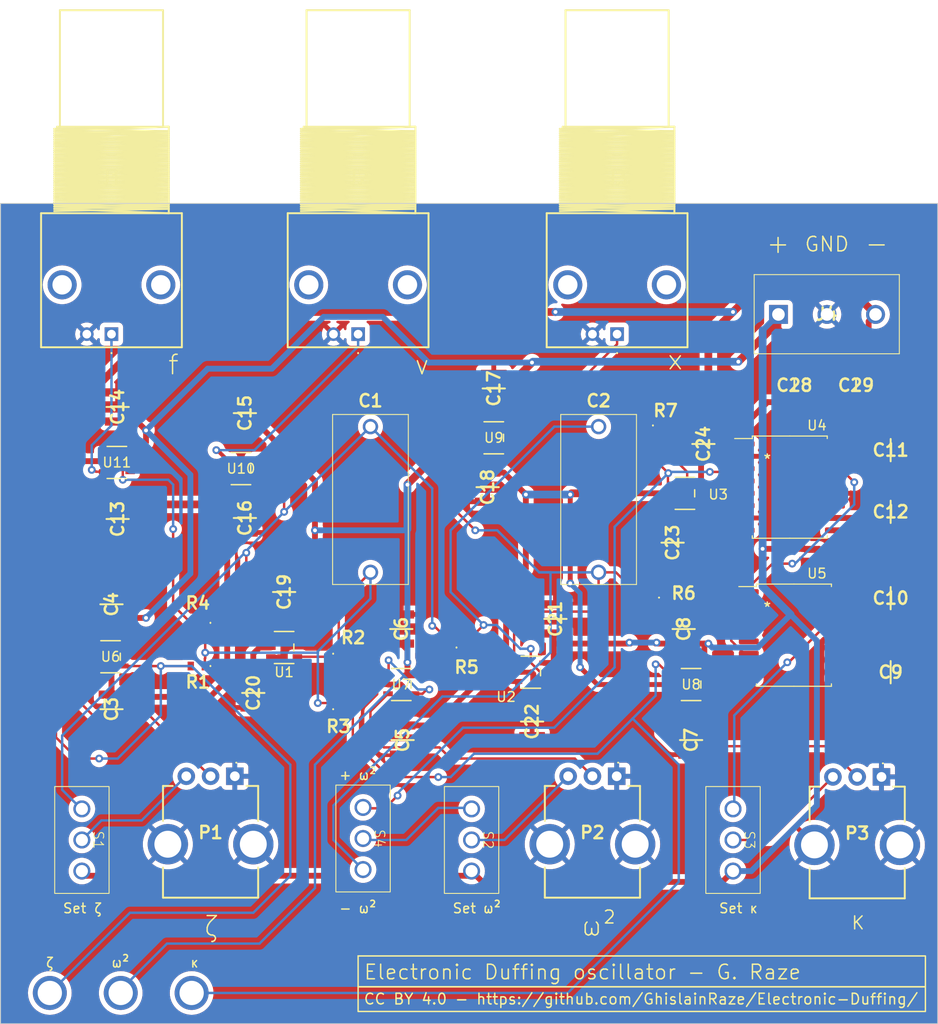
<source format=kicad_pcb>
(kicad_pcb (version 20221018) (generator pcbnew)
  (title_block (title "Electronic Duffing Oscillator") (date "March 2024") (rev "v 1.1") (company "University of Liège") (comment 1 "G. Raze") (comment 2 "CC BY 4.0 - https://github.com/GhislainRaze/Electronic-Duffing/"))
  (layers (0 "F.Cu" signal) (31 "B.Cu" signal) (34 "B.Paste" user) (35 "F.Paste" user) (36 "B.SilkS" user "B.Silkscreen") (37 "F.SilkS" user "F.Silkscreen") (38 "B.Mask" user) (39 "F.Mask" user) (44 "Edge.Cuts" user))
  (net 0 "")
  (net 1 "GND")
  (net 2 "-15V")
  (net 3 "+15V")
  (net 4 "Net-(J1-SIGNAL)")
  (net 7 "Net-(J2-SIGNAL)")
  (net 10 "Net-(J3-SIGNAL)")
  (net 13 "Net-(U2--IN)")
  (net 14 "Net-(U3--IN)")
  (net 21 "Net-(U4-V_{O})")
  (net 30 "Net-(U1--IN)")
  (net 31 "V")
  (net 32 "x")
  (net 33 "-x")
  (net 34 "Net-(P1-WIPER)")
  (net 35 "Net-(P1-CW)")
  (net 36 "Net-(P2-WIPER)")
  (net 37 "Net-(P2-CW)")
  (net 38 "Net-(P3-WIPER)")
  (net 39 "Net-(P3-CW)")
  (net 40 "VR1")
  (net 41 "VR2")
  (net 42 "VR3")
  (net 43 "VR4")
  (net 44 "x³")
  (net 45 "Net-(S2-NC)")
  (footprint "CB027C0104JBA:CAPC3325X230N" (layer "F.Cu") (at 83.185 117.475 -90)
    (fp_text reference "C6")
    (fp_text value "CB027C0104JBA" hide)
  )
  (footprint "Package_SO:SOIC-16W_7.5x10.3mm_P1.27mm" (layer "F.Cu") (at 123.62 118.11)
    (fp_text reference "U5")
    (fp_text value "MPY634KU")
  )
  (footprint "footprints:SOT23_DBV_TEX" (layer "F.Cu") (at 96.52 121.92)
    (fp_text reference "U2")
    (fp_text value "POPA210IDBVR")
  )
  (footprint "5442183:5442183" (layer "F.Cu") (at 122.025 85.09)
    (fp_text reference "J4")
    (fp_text value "5442183" hide)
  )
  (footprint "ERA-3AEB:ERA3AEB101V" (layer "F.Cu") (at 77.47 120.015)
    (fp_text reference "R2")
    (fp_text value "ERA-3AEB103V" hide)
  )
  (footprint "ERA-3AEB:ERA3AEB101V" (layer "F.Cu") (at 110.4 96.52)
    (fp_text reference "R7")
    (fp_text value "ERA-3AEB103V" hide)
  )
  (footprint "ERA-3AEB:ERA3AEB101V" (layer "F.Cu") (at 90.17 119.38)
    (fp_text reference "R5")
    (fp_text value "ERA-3AEB102V" hide)
  )
  (footprint "ERA-3AEB:ERA3AEB101V" (layer "F.Cu") (at 62.23 116.84 180)
    (fp_text reference "R4")
    (fp_text value "ERA-3AEB104V" hide)
  )
  (footprint "031-71052:03171052" (layer "F.Cu") (at 105.41 87.12)
    (fp_text reference "J3")
    (fp_text value "031-71052" hide)
  )
  (footprint "CB027C0104JBA:CAPC3325X230N" (layer "F.Cu") (at 92.71 92.71 -90)
    (fp_text reference "C17")
    (fp_text value "CB027C0104JBA" hide)
  )
  (footprint "KNITTER_MFP120:MFP120" (layer "F.Cu") (at 79.248 139.04 -90)
    (fp_text reference "S4")
    (fp_text value "~")
  )
  (footprint "031-71052:03171052" (layer "F.Cu") (at 53.34 87.12)
    (fp_text reference "J1")
    (fp_text value "031-71052" hide)
  )
  (footprint "footprints:SOT23_DBV_TEX" (layer "F.Cu") (at 71.12 119.38)
    (fp_text reference "U1")
    (fp_text value "POPA210IDBVR")
  )
  (footprint "CB027C0104JBA:CAPC3325X230N" (layer "F.Cu") (at 133.58 99.06 180)
    (fp_text reference "C11")
    (fp_text value "CB027C0104JBA" hide)
  )
  (footprint "ERA-3AEB:ERA3AEB101V" (layer "F.Cu") (at 62.23 121.285 180)
    (fp_text reference "R1")
    (fp_text value "ERA-3AEB104V" hide)
  )
  (footprint "KNITTER_MFP120:MFP120" (layer "F.Cu") (at 117.348 139.192 -90)
    (fp_text reference "S3")
    (fp_text value "~")
  )
  (footprint "ECW-FD2W105J:ECWFD2W105J" (layer "F.Cu") (at 103.505 111.64 90)
    (fp_text reference "C2")
    (fp_text value "ECW-FD2W105J" hide)
  )
  (footprint "footprints:SOT23_DBV_TEX" (layer "F.Cu") (at 53.8953 100.33)
    (fp_text reference "U11")
    (fp_text value "POPA210IDBVR")
  )
  (footprint "KNITTER_MFP120:MFP120" (layer "F.Cu") (at 50.292 139.192 -90)
    (fp_text reference "S1")
    (fp_text value "~")
  )
  (footprint "CB027C0104JBA:CAPC3325X230N" (layer "F.Cu") (at 53.975 94.615 -90)
    (fp_text reference "C14")
    (fp_text value "CB027C0104JBA" hide)
  )
  (footprint "CB027C0104JBA:CAPC3325X230N" (layer "F.Cu") (at 71.12 113.665 -90)
    (fp_text reference "C19")
    (fp_text value "CB027C0104JBA" hide)
  )
  (footprint "ECW-FD2W105J:ECWFD2W105J" (layer "F.Cu") (at 80.01 96.64 -90)
    (fp_text reference "C1")
    (fp_text value "ECW-FD2W105J" hide)
  )
  (footprint "footprints:SOT23_DBV_TEX" (layer "F.Cu") (at 66.675 100.965)
    (fp_text reference "U10")
    (fp_text value "POPA210IDBVR")
  )
  (footprint "CB027C0104JBA:CAPC3325X230N" (layer "F.Cu") (at 113.03 128.905 -90)
    (fp_text reference "C7")
    (fp_text value "CB027C0104JBA" hide)
  )
  (footprint "CB027C0104JBA:CAPC3325X230N" (layer "F.Cu") (at 99.06 116.435 -90)
    (fp_text reference "C21")
    (fp_text value "CB027C0104JBA" hide)
  )
  (footprint "CL21A106KQFNNNG:CAPC2012X135N" (layer "F.Cu") (at 123.665 92.384 180)
    (fp_text reference "C28")
    (fp_text value "CL21A106KQFNNNG" hide)
  )
  (footprint "CB027C0104JBA:CAPC3325X230N" (layer "F.Cu") (at 53.34 114.93 -90)
    (fp_text reference "C4")
    (fp_text value "CB027C0104JBA" hide)
  )
  (footprint "CB027C0104JBA:CAPC3325X230N" (layer "F.Cu") (at 114.3 98.425 -90)
    (fp_text reference "C24")
    (fp_text value "CB027C0104JBA" hide)
  )
  (footprint "KNITTER_MFP120:MFP120" (layer "F.Cu") (at 90.424 139.192 -90)
    (fp_text reference "S2")
    (fp_text value "~")
  )
  (footprint "footprints:SOT23_DBV_TEX" (layer "F.Cu") (at 113.03 123.19)
    (fp_text reference "U8")
    (fp_text value "POPA210IDBVR")
  )
  (footprint "footprints:SOT23_DBV_TEX" (layer "F.Cu") (at 83.185 123.19)
    (fp_text reference "U7")
    (fp_text value "POPA210IDBVR")
  )
  (footprint "footprints:SOT23_DBV_TEX" (layer "F.Cu") (at 53.2448 120.33)
    (fp_text reference "U6")
    (fp_text value "POPA210IDBVR")
  )
  (footprint "CL21A106KQFNNNG:CAPC2012X135N" (layer "F.Cu") (at 130.015 92.384 180)
    (fp_text reference "C29")
    (fp_text value "CL21A106KQFNNNG" hide)
  )
  (footprint "CB027C0104JBA:CAPC3325X230N" (layer "F.Cu") (at 96.6548 127 -90)
    (fp_text reference "C22")
    (fp_text value "CB027C0104JBA" hide)
  )
  (footprint "CB027C0104JBA:CAPC3325X230N" (layer "F.Cu") (at 83.3197 128.905 -90)
    (fp_text reference "C5")
    (fp_text value "CB027C0104JBA" hide)
  )
  (footprint "031-71052:03171052" (layer "F.Cu") (at 78.74 87.12)
    (fp_text reference "J2")
    (fp_text value "031-71052" hide)
  )
  (footprint "CB027C0104JBA:CAPC3325X230N" (layer "F.Cu") (at 133.58 105.41)
    (fp_text reference "C12")
    (fp_text value "CB027C0104JBA" hide)
  )
  (footprint "CB027C0104JBA:CAPC3325X230N" (layer "F.Cu") (at 112.268 117.475 -90)
    (fp_text reference "C8")
    (fp_text value "CB027C0104JBA" hide)
  )
  (footprint "ERA-3AEB:ERA3AEB101V" (layer "F.Cu") (at 109.728 112.94 90)
    (fp_text reference "R6")
    (fp_text value "ERA-3AEB103V" hide)
  )
  (footprint "CB027C0104JBA:CAPC3325X230N" (layer "F.Cu") (at 53.975 106.148 -90)
    (fp_text reference "C13")
    (fp_text value "CB027C0104JBA" hide)
  )
  (footprint "CB027C0104JBA:CAPC3325X230N" (layer "F.Cu") (at 67.945 124.055 -90)
    (fp_text reference "C20")
    (fp_text value "CB027C0104JBA" hide)
  )
  (footprint "CB027C0104JBA:CAPC3325X230N" (layer "F.Cu") (at 133.58 114.3 180)
    (fp_text reference "C10")
    (fp_text value "CB027C0104JBA" hide)
  )
  (footprint "CB027C0104JBA:CAPC3325X230N" (layer "F.Cu") (at 133.58 121.92)
    (fp_text reference "C9")
    (fp_text value "CB027C0104JBA" hide)
  )
  (footprint "LIB_RK09D113F25C0B504:RK09D113F25C0B504" (layer "F.Cu") (at 66.045 132.63 180)
    (fp_text reference "P1")
    (fp_text value "RK09D113F25C0B504" hide)
  )
  (footprint "ERA-3AEB:ERA3AEB101V" (layer "F.Cu") (at 77.47 125.73)
    (fp_text reference "R3")
    (fp_text value "ERA-3AEB102V" hide)
  )
  (footprint "CB027C0104JBA:CAPC3325X230N" (layer "F.Cu") (at 92.075 102.87 -90)
    (fp_text reference "C18")
    (fp_text value "CB027C0104JBA" hide)
  )
  (footprint "CB027C0104JBA:CAPC3325X230N" (layer "F.Cu") (at 67.08 95.25 -90)
    (fp_text reference "C15")
    (fp_text value "CB027C0104JBA" hide)
  )
  (footprint "CB027C0104JBA:CAPC3325X230N" (layer "F.Cu") (at 53.34 125.73 -90)
    (fp_text reference "C3")
    (fp_text value "CB027C0104JBA" hide)
  )
  (footprint "LIB_RK09D113F25C0B504:RK09D113F25C0B504" (layer "F.Cu") (at 105.37 132.63 180)
    (fp_text reference "P2")
    (fp_text value "RK09D113F25C0B504" hide)
  )
  (footprint "footprints:SOT23_DBV_TEX" (layer "F.Cu") (at 92.71 97.79)
    (fp_text reference "U9")
    (fp_text value "POPA210IDBVR")
  )
  (footprint "LIB_RK09D113F25C0B504:RK09D113F25C0B504" (layer "F.Cu") (at 132.635 132.7 180)
    (fp_text reference "P3")
    (fp_text value "RK09D113F25C0B504" hide)
  )
  (footprint "CB027C0104JBA:CAPC3325X230N" (layer "F.Cu") (at 67.08 106.045 -90)
    (fp_text reference "C16")
    (fp_text value "CB027C0104JBA" hide)
  )
  (footprint "Package_SO:SOIC-16W_7.5x10.3mm_P1.27mm" (layer "F.Cu") (at 123.19 102.87)
    (fp_text reference "U4")
    (fp_text value "MPY634KU")
  )
  (footprint "footprints:SOT23_DBV_TEX" (layer "F.Cu") (at 112.395 103.505)
    (fp_text reference "U3")
    (fp_text value "POPA210IDBVR")
  )
  (footprint "CB027C0104JBA:CAPC3325X230N" (layer "F.Cu") (at 111.125 108.585 -90)
    (fp_text reference "C23")
    (fp_text value "CB027C0104JBA" hide)
  )
  (gr_rect (start 78.74 151.13) (end 137.16 154.305) (stroke (width 0.15)) (fill none) (layer "F.SilkS"))
  (gr_rect (start 78.74 154.305) (end 137.16 156.845) (stroke (width 0.15)) (fill none) (layer "F.SilkS"))
  (gr_rect (start 41.91 73.66) (end 138.43 158.115) (stroke (width 0.1)) (fill none) (layer "Edge.Cuts"))
  (gr_text "ω²" (at 53.262738 152.4) (layer "F.SilkS") (effects (font (size 1 1)) (justify left bottom)))
  (gr_text "CC BY 4.0 - https://github.com/GhislainRaze/Electronic-Duffing/" (at 79.248 156.21) (layer "F.SilkS") (effects (font (size 1.1 1.1)) (justify left bottom)))
  (gr_text "κ" (at 61.382738 152.4) (layer "F.SilkS") (effects (font (size 1 1)) (justify left bottom)))
  (gr_text "- ω²" (at 76.708 146.812) (layer "F.SilkS") (effects (font (size 1 1)) (justify left bottom)))
  (gr_text "Electronic Duffing oscillator - G. Raze" (at 79.248 153.67) (layer "F.SilkS") (effects (font (size 1.5 1.5)) (justify left bottom)))
  (gr_text "ζ" (at 46.436429 152.4) (layer "F.SilkS") (effects (font (size 1 1)) (justify left bottom)))
  (gr_text "GND" (at 124.63238 78.74) (layer "F.SilkS") (effects (font (size 1.5 1.5)) (justify left bottom)))
  (gr_text "ω²" (at 101.645 149.225) (layer "F.SilkS") (effects (font (size 2 2)) (justify left bottom)))
  (gr_text "Set ω²" (at 88.392 146.812) (layer "F.SilkS") (effects (font (size 1 1)) (justify left bottom)))
  (gr_text "+" (at 120.65 78.9475) (layer "F.SilkS") (effects (font (size 2 2)) (justify left bottom)))
  (gr_text "ζ" (at 62.617857 149.225) (layer "F.SilkS") (effects (font (size 2 2)) (justify left bottom)))
  (gr_text "f" (at 59.055 91.44) (layer "F.SilkS") (effects (font (size 2 2)) (justify left bottom)))
  (gr_text "+ ω²" (at 76.708 133.096) (layer "F.SilkS") (effects (font (size 1 1)) (justify left bottom)))
  (gr_text "Set ζ" (at 48.26 146.812) (layer "F.SilkS") (effects (font (size 1 1)) (justify left bottom)))
  (gr_text "κ" (at 129.300476 148.59) (layer "F.SilkS") (effects (font (size 2 2)) (justify left bottom)))
  (gr_text "*" (at 120.396 100.584) (layer "F.SilkS") (effects (font (size 1 1)) (justify left bottom)))
  (gr_text "-" (at 130.81 78.9475) (layer "F.SilkS") (effects (font (size 2 2)) (justify left bottom)))
  (gr_text "Set κ" (at 115.824 146.812) (layer "F.SilkS") (effects (font (size 1 1)) (justify left bottom)))
  (gr_text "v" (at 84.455 91.44) (layer "F.SilkS") (effects (font (size 2 2)) (justify left bottom)))
  (gr_text "x" (at 110.49 90.932) (layer "F.SilkS") (effects (font (size 2 2)) (justify left bottom)))
  (gr_text "*" (at 120.396 115.824) (layer "F.SilkS") (effects (font (size 1 1)) (justify left bottom)))
  (segment (start 53.34 124.46) (end 63.5 124.46) (width 0.6) (layer "F.Cu") (net 2))
  (segment (start 132.08 106.776) (end 137.16 111.856) (width 0.6) (layer "F.Cu") (net 2))
  (segment (start 131.314 85.8015) (end 132.025 85.09) (width 0.6) (layer "F.Cu") (net 2))
  (segment (start 132.025 85.09) (end 129.231 82.296) (width 0.8) (layer "F.Cu") (net 2))
  (segment (start 49.784 103.124) (end 49.784 101.092) (width 0.8) (layer "F.Cu") (net 2))
  (segment (start 114.808 92.456) (end 108.8565 92.456) (width 0.8) (layer "F.Cu") (net 2))
  (segment (start 95.1548 121.92) (end 94.1627 121.92) (width 0.5078) (layer "F.Cu") (net 2))
  (segment (start 103.378 123.19) (end 112.61 123.19) (width 0.5078) (layer "F.Cu") (net 2))
  (segment (start 92.075 121.92) (end 86.59 127.405) (width 0.6) (layer "F.Cu") (net 2))
  (segment (start 53.975 104.648) (end 51.586 104.648) (width 0.6) (layer "F.Cu") (net 2))
  (segment (start 96.012 111.252) (end 96.012 103.632) (width 0.6) (layer "F.Cu") (net 2))
  (segment (start 92.2896 97.79) (end 91.3448 97.79) (width 0.5078) (layer "F.Cu") (net 2))
  (segment (start 53.34 120.526) (end 53.144 120.33) (width 0.5078) (layer "F.Cu") (net 2))
  (segment (start 112.742 127.117) (end 112.742 123.386) (width 0.6) (layer "F.Cu") (net 2))
  (segment (start 53.975 104.648) (end 53.6072 104.28) (width 0.6) (layer "F.Cu") (net 2))
  (segment (start 49.784 101.092) (end 49.784 94.566) (width 0.8) (layer "F.Cu") (net 2))
  (segment (start 96.7754 122.116) (end 96.5798 121.92) (width 0.6) (layer "F.Cu") (net 2))
  (segment (start 53.34 124.23) (end 53.34 122.762) (width 0.6) (layer "F.Cu") (net 2))
  (segment (start 111.975 107.085) (end 111.975 103.505) (width 0.5078) (layer "F.Cu") (net 2))
  (segment (start 51.308 104.648) (end 49.784 103.124) (width 0.8) (layer "F.Cu") (net 2))
  (segment (start 92.075 101.37) (end 93.75 101.37) (width 0.6) (layer "F.Cu") (net 2))
  (segment (start 92.7335 101.37) (end 92.4804 101.117) (width 0.6) (layer "F.Cu") (net 2))
  (segment (start 132.08 106.776) (end 132.08 105.41) (width 0.6) (layer "F.Cu") (net 2))
  (segment (start 49.784 94.566) (end 59.514 84.836) (width 0.8) (layer "F.Cu") (net 2))
  (segment (start 137.16 116.205) (end 132.08 121.285) (width 0.6) (layer "F.Cu") (net 2))
  (segment (start 53.34 120.526) (end 53.34 122.762) (width 0.6) (layer "F.Cu") (net 2))
  (segment (start 100.584 103.632) (end 100.584 112.776) (width 0.5078) (layer "F.Cu") (net 2))
  (segment (start 49.784 100.192) (end 52.39205 100.192) (width 0.6) (layer "F.Cu") (net 2))
  (segment (start 86.59 127.405) (end 83.3197 127.405) (width 0.6) (layer "F.Cu") (net 2))
  (segment (start 106.172 95.1405) (end 106.172 103.505) (width 0.8) (layer "F.Cu") (net 2))
  (segment (start 92.4804 101.117) (end 92.4804 97.9856) (width 0.6) (layer "F.Cu") (net 2))
  (segment (start 92.7335 101.37) (end 92.757 101.37) (width 0.6) (layer "F.Cu") (net 2))
  (segment (start 65.1551 104.648) (end 54.713 104.648) (width 0.8) (layer "F.Cu") (net 2))
  (segment (start 137.16 98.23) (end 131.314 92.384) (width 0.6) (layer "F.Cu") (net 2))
  (segment (start 100.584 103.632) (end 100.711 103.505) (width 0.6) (layer "F.Cu") (net 2))
  (segment (start 132.08 105.41) (end 132.08 103.588) (width 0.6) (layer "F.Cu") (net 2))
  (segment (start 114.808 87.376) (end 114.808 92.456) (width 0.8) (layer "F.Cu") (net 2))
  (segment (start 69.7548 119.38) (end 68.58 119.38) (width 0.6) (layer "F.Cu") (net 2))
  (segment (start 92.2896 97.7948) (end 92.2896 97.79) (width 0.5078) (layer "F.Cu") (net 2))
  (segment (start 68.58 119.38) (end 67.945 120.015) (width 0.6) (layer "F.Cu") (net 2))
  (segment (start 96.7754 125.5) (end 96.7754 123.626) (width 0.6) (layer "F.Cu") (net 2))
  (segment (start 128.27 121.285) (end 132.08 121.285) (width 0.6) (layer "F.Cu") (net 2))
  (segment (start 132.08 106.776) (end 131.349 106.045) (width 0.6) (layer "F.Cu") (net 2))
  (segment (start 63.5 124.46) (end 65.405 122.555) (width 0.6) (layer "F.Cu") (net 2))
  (segment (start 67.08 104.545) (end 65.2581 104.545) (width 0.6) (layer "F.Cu") (net 2))
  (segment (start 137.16 100.965) (end 137.16 98.23) (width 0.6) (layer "F.Cu") (net 2))
  (segment (start 92.71 101.37) (end 92.7335 101.37) (width 0.6) (layer "F.Cu") (net 2))
  (segment (start 49.784 101.092) (end 49.784 100.192) (width 0.6) (layer "F.Cu") (net 2))
  (segment (start 67.945 120.015) (end 67.945 122.555) (width 0.6) (layer "F.Cu") (net 2))
  (segment (start 67.945 122.555) (end 65.405 122.555) (width 0.6) (layer "F.Cu") (net 2))
  (segment (start 93.75 101.37) (end 96.012 103.632) (width 0.6) (layer "F.Cu") (net 2))
  (segment (start 53.34 122.762) (end 53.34 124.46) (width 0.6) (layer "F.Cu") (net 2))
  (segment (start 119.888 82.296) (end 117.348 84.836) (width 0.8) (layer "F.Cu") (net 2))
  (segment (start 112.61 123.253) (end 112.742 123.386) (width 0.5078) (layer "F.Cu") (net 2))
  (segment (start 51.586 104.648) (end 51.308 104.648) (width 0.6) (layer "F.Cu") (net 2))
  (segment (start 112.61 123.19) (end 112.61 123.253) (width 0.5078) (layer "F.Cu") (net 2))
  (segment (start 96.7754 123.626) (end 96.7754 122.116) (width 0.6) (layer "F.Cu") (net 2))
  (segment (start 131.314 92.384) (end 131.314 85.8015) (width 0.6) (layer "F.Cu") (net 2))
  (segment (start 137.16 111.856) (end 137.16 116.205) (width 0.6) (layer "F.Cu") (net 2))
  (segment (start 96.5798 121.92) (end 95.1548 121.92) (width 0.5078) (layer "F.Cu") (net 2))
  (segment (start 65.2581 104.545) (end 65.1551 104.648) (width 0.6) (layer "F.Cu") (net 2))
  (segment (start 106.172 103.505) (end 111.02975 103.505) (width 0.6) (layer "F.Cu") (net 2))
  (segment (start 96.012 103.505) (end 96.012 103.632) (width 0.6) (layer "F.Cu") (net 2))
  (segment (start 93.98 121.7373) (end 93.98 113.284) (width 0.6) (layer "F.Cu") (net 2))
  (segment (start 53.144 120.33) (end 51.8796 120.33) (width 0.5078) (layer "F.Cu") (net 2))
  (segment (start 100.711 103.505) (end 106.172 103.505) (width 0.8) (layer "F.Cu") (net 2))
  (segment (start 65.2581 122.7019) (end 65.2581 104.545) (width 0.6) (layer "F.Cu") (net 2))
  (segment (start 64.1695 101.161) (end 64.3651 100.965) (width 0.5078) (layer "F.Cu") (net 2))
  (segment (start 83.1237 123.19) (end 83.3197 123.386) (width 0.6) (layer "F.Cu") (net 2))
  (segment (start 131.349 106.045) (end 127.84 106.045) (width 0.6) (layer "F.Cu") (net 2))
  (segment (start 64.3651 100.965) (end 65.3098 100.965) (width 0.5078) (layer "F.Cu") (net 2))
  (segment (start 92.4804 97.9856) (end 92.2896 97.7948) (width 0.5078) (layer "F.Cu") (net 2))
  (segment (start 59.514 84.836) (end 99.06 84.836) (width 0.8) (layer "F.Cu") (net 2))
  (segment (start 101.6 121.412) (end 103.378 123.19) (width 0.5078) (layer "F.Cu") (net 2))
  (segment (start 132.08 103.588) (end 133.433 102.235) (width 0.6) (layer "F.Cu") (net 2))
  (segment (start 129.231 82.296) (end 119.888 82.296) (width 0.8) (layer "F.Cu") (net 2))
  (segment (start 93.98 113.284) (end 96.012 111.252) (width 0.6) (layer "F.Cu") (net 2))
  (segment (start 83.3197 123.386) (end 83.3197 127.405) (width 0.6) (layer "F.Cu") (net 2))
  (segment (start 133.433 102.235) (end 135.89 102.235) (width 0.6) (layer "F.Cu") (net 2))
  (segment (start 96.6548 125.5) (end 96.7754 125.5) (width 0.6) (layer "F.Cu") (net 2))
  (segment (start 111.975 103.505) (end 111.033 103.505) (width 0.5078) (layer "F.Cu") (net 2))
  (segment (start 130.835 92.384) (end 131.314 92.384) (width 0.6) (layer "F.Cu") (net 2))
  (segment (start 135.89 102.235) (end 137.16 100.965) (width 0.6) (layer "F.Cu") (net 2))
  (segment (start 111.125 107.085) (end 111.975 107.085) (width 0.6) (layer "F.Cu") (net 2))
  (segment (start 117.348 84.836) (end 116.332 85.852) (width 0.8) (layer "F.Cu") (net 2))
  (segment (start 132.08 121.92) (end 132.08 121.285) (width 0.6) (layer "F.Cu") (net 2))
  (segment (start 81.81975 123.19) (end 83.1237 123.19) (width 0.6) (layer "F.Cu") (net 2))
  (segment (start 116.332 85.852) (end 114.808 87.376) (width 0.8) (layer "F.Cu") (net 2))
  (segment (start 52.39205 100.192) (end 52.53005 100.33) (width 0.6) (layer "F.Cu") (net 2))
  (segment (start 94.1627 121.92) (end 92.075 121.92) (width 0.6) (layer "F.Cu") (net 2))
  (segment (start 108.8565 92.456) (end 106.172 95.1405) (width 0.8) (layer "F.Cu") (net 2))
  (segment (start 64.1695 101.161) (end 64.1695 104.648) (width 0.6) (layer "F.Cu") (net 2))
  (via (at 100.584 112.776) (size 0.8) (drill 0.4) (layers "F.Cu" "B.Cu") (net 2))
  (via (at 117.348 84.836) (size 0.8) (drill 0.4) (layers "F.Cu" "B.Cu") (net 2))
  (via (at 99.06 84.836) (size 0.8) (drill 0.4) (layers "F.Cu" "B.Cu") (net 2))
  (via (at 100.584 103.632) (size 0.8) (drill 0.4) (layers "F.Cu" "B.Cu") (net 2))
  (via (at 101.6 121.412) (size 0.8) (drill 0.4) (layers "F.Cu" "B.Cu") (net 2))
  (via (at 96.012 103.632) (size 0.8) (drill 0.4) (layers "F.Cu" "B.Cu") (net 2))
  (segment (start 101.6 121.412) (end 101.6 113.792) (width 0.5078) (layer "B.Cu") (net 2))
  (segment (start 101.6 113.792) (end 100.584 112.776) (width 0.5078) (layer "B.Cu") (net 2))
  (segment (start 100.584 103.632) (end 96.012 103.632) (width 0.8) (layer "B.Cu") (net 2))
  (segment (start 117.348 84.836) (end 99.06 84.836) (width 0.8) (layer "B.Cu") (net 2))
  (segment (start 56.896 116.332) (end 53.438 116.332) (width 0.6) (layer "F.Cu") (net 3))
  (segment (start 106.68 118.872) (end 106.577 118.975) (width 0.6) (layer "F.Cu") (net 3))
  (segment (start 98.8762 118.975) (end 98.8762 120.97) (width 0.6) (layer "F.Cu") (net 3))
  (segment (start 71.12 115.165) (end 72.031 115.165) (width 0.6) (layer "F.Cu") (net 3))
  (segment (start 92.71 94.21) (end 92.71 95.474749) (width 0.6) (layer "F.Cu") (net 3))
  (segment (start 54.6101 116.5859) (end 54.6101 119.38) (width 0.6) (layer "F.Cu") (net 3))
  (segment (start 114.057 102.356) (end 114.256 102.555) (width 0.6) (layer "F.Cu") (net 3))
  (segment (start 72.031 115.165) (end 72.031 116.481) (width 0.6) (layer "F.Cu") (net 3))
  (segment (start 74.295 113.03) (end 72.16 115.165) (width 0.6) (layer "F.Cu") (net 3))
  (segment (start 53.438 116.332) (end 53.34 116.43) (width 0.6) (layer "F.Cu") (net 3))
  (segment (start 55.983 96.115) (end 53.975 96.115) (width 0.6) (layer "F.Cu") (net 3))
  (segment (start 124.829793 109.333) (end 124.726793 109.23) (width 0.6) (layer "F.Cu") (net 3))
  (segment (start 122.025 85.09) (end 122.025 85.8284) (width 0.6) (layer "F.Cu") (net 3))
  (segment (start 92.71 93.98) (end 92.71 94.21) (width 0.6) (layer "F.Cu") (net 3))
  (segment (start 122.555 93.98) (end 122.4184 94.1166) (width 0.6) (layer "F.Cu") (net 3))
  (segment (start 122.845 92.384) (end 122.845 87.3869) (width 0.6) (layer "F.Cu") (net 3))
  (segment (start 74.295 107.315) (end 74.295 102.235) (width 0.6) (layer "F.Cu") (net 3))
  (segment (start 114.39525 122.239999) (end 114.39525 118.975) (width 0.6) (layer "F.Cu") (net 3))
  (segment (start 83.82 119.61) (end 83.185 118.975) (width 0.6) (layer "F.Cu") (net 3))
  (segment (start 122.845 94.1166) (end 122.6916 94.1166) (width 0.6) (layer "F.Cu") (net 3))
  (segment (start 65.2581 96.934) (end 68.994 96.934) (width 0.6) (layer "F.Cu") (net 3))
  (segment (start 55.7561 99.38) (end 56.896 98.2401) (width 0.6) (layer "F.Cu") (net 3))
  (segment (start 83.82 102.5631) (end 91.8092 94.5739) (width 0.8) (layer "F.Cu") (net 3))
  (segment (start 122.845 87.3869) (end 122.025 86.5669) (width 0.6) (layer "F.Cu") (net 3))
  (segment (start 114.395 122.24) (end 114.3953 122.24) (width 0.6) (layer "F.Cu") (net 3))
  (segment (start 109.474 118.872) (end 109.371 118.975) (width 0.6) (layer "F.Cu") (net 3))
  (segment (start 90.424 142.392) (end 91.542 143.51) (width 0.6) (layer "F.Cu") (net 3))
  (segment (start 113.7603 102.555) (end 114.256 102.555) (width 0.6) (layer "F.Cu") (net 3))
  (segment (start 82.452767 142.875) (end 89.941 142.875) (width 0.6) (layer "F.Cu") (net 3))
  (segment (start 98.8762 118.975) (end 98.8762 118.1188) (width 0.6) (layer "F.Cu") (net 3))
  (segment (start 68.994 96.934) (end 70.104 98.044) (width 0.6) (layer "F.Cu") (net 3))
  (segment (start 98.8762 120.97) (end 97.8853 120.97) (width 0.6) (layer "F.Cu") (net 3))
  (segment (start 104.14 118.975) (end 98.8762 118.975) (width 0.6) (layer "F.Cu") (net 3))
  (segment (start 128.651 113.284) (end 128.27 113.665) (width 0.6) (layer "F.Cu") (net 3))
  (segment (start 132.08 113.284) (end 128.651 113.284) (width 0.6) (layer "F.Cu") (net 3))
  (segment (start 127.84 98.425) (end 132.08 98.425) (width 0.6) (layer "F.Cu") (net 3))
  (segment (start 116.122 99.925) (end 114.3 99.925) (width 0.6) (layer "F.Cu") (net 3))
  (segment (start 74.295 102.235) (end 72.074999 100.014999) (width 0.6) (layer "F.Cu") (net 3))
  (segment (start 127.153 98.425) (end 127 98.425) (width 0.6) (layer "F.Cu") (net 3))
  (segment (start 72.074999 100.014999) (end 68.04025 100.014999) (width 0.6) (layer "F.Cu") (net 3))
  (segment (start 124.46 109.23) (end 124.46 101.118) (width 0.6) (layer "F.Cu") (net 3))
  (segment (start 83.82 102.616) (end 83.82 102.5631) (width 0.6) (layer "F.Cu") (net 3))
  (segment (start 114.3 99.925) (end 114.057 100.168) (width 0.6) (layer "F.Cu") (net 3))
  (segment (start 50.292 142.392) (end 50.775 142.875) (width 0.6) (layer "F.Cu") (net 3))
  (segment (start 56.896 97.028) (end 56.99 96.934) (width 0.6) (layer "F.Cu") (net 3))
  (segment (start 56.896 98.2401) (end 56.896 97.028) (width 0.6) (layer "F.Cu") (net 3))
  (segment (start 83.82 122.24) (end 83.5595 122.24) (width 0.6) (layer "F.Cu") (net 3))
  (segment (start 83.6405 118.975) (end 83.185 118.975) (width 0.6) (layer "F.Cu") (net 3))
  (segment (start 77.724 144.78) (end 80.547767 144.78) (width 0.6) (layer "F.Cu") (net 3))
  (segment (start 54.4542 116.43) (end 54.6101 116.5859) (width 0.6) (layer "F.Cu") (net 3))
  (segment (start 65.2581 96.75) (end 67.08 96.75) (width 0.6) (layer "F.Cu") (net 3))
  (segment (start 113.078 118.975) (end 112.268 118.975) (width 0.6) (layer "F.Cu") (net 3))
  (segment (start 53.34 116.43) (end 54.4542 116.43) (width 0.6) (layer "F.Cu") (net 3))
  (segment (start 132.08 114.3) (end 132.08 113.284) (width 0.6) (layer "F.Cu") (net 3))
  (segment (start 106.577 118.975) (end 104.14 118.975) (width 0.6) (layer "F.Cu") (net 3))
  (segment (start 128.27 113.665) (end 128.27 111.291) (width 0.6) (layer "F.Cu") (net 3))
  (segment (start 126.199 109.22) (end 126.312 109.333) (width 0.6) (layer "F.Cu") (net 3))
  (segment (start 124.726793 109.23) (end 124.46 109.23) (width 0.6) (layer "F.Cu") (net 3))
  (segment (start 106.783 118.975) (end 106.68 118.872) (width 0.6) (layer "F.Cu") (net 3))
  (segment (start 116.23 143.51) (end 117.348 142.392) (width 0.6) (layer "F.Cu") (net 3))
  (segment (start 89.941 142.875) (end 90.424 142.392) (width 0.6) (layer "F.Cu") (net 3))
  (segment (start 128.27 111.291) (end 126.312 109.333) (width 0.6) (layer "F.Cu") (net 3))
  (segment (start 124.46 101.118) (end 127.153 98.425) (width 0.6) (layer "F.Cu") (net 3))
  (segment (start 65.2581 96.934) (end 65.2581 96.75) (width 0.6) (layer "F.Cu") (net 3))
  (segment (start 83.7671 102.616) (end 83.82 102.616) (width 0.6) (layer "F.Cu") (net 3))
  (segment (start 83.82 120.904) (end 83.82 122.24) (width 0.6) (layer "F.Cu") (net 3))
  (segment (start 117.8967 89.9567) (end 122.025 85.8284) (width 0.8) (layer "F.Cu") (net 3))
  (segment (start 127.153 98.425) (end 127.84 98.425) (width 0.6) (layer "F.Cu") (net 3))
  (segment (start 83.5595 119.056) (end 83.6405 118.975) (width 0.6) (layer "F.Cu") (net 3))
  (segment (start 83.82 120.904) (end 83.82 119.61) (width 0.6) (layer "F.Cu") (net 3))
  (segment (start 72.4853 116.9353) (end 72.4853 118.43) (width 0.6) (layer "F.Cu") (net 3))
  (segment (start 75.819 142.875) (end 77.724 144.78) (width 0.6) (layer "F.Cu") (net 3))
  (segment (start 96.647 90.043) (end 92.71 93.98) (width 0.8) (layer "F.Cu") (net 3))
  (segment (start 116.122 98.8905) (end 116.122 99.925) (width 0.6) (layer "F.Cu") (net 3))
  (segment (start 114.808 118.975) (end 112.268 118.975) (width 0.6) (layer "F.Cu") (net 3))
  (segment (start 122.6916 94.1166) (end 122.555 93.98) (width 0.6) (layer "F.Cu") (net 3))
  (segment (start 109.577 118.975) (end 109.474 118.872) (width 0.6) (layer "F.Cu") (net 3))
  (segment (start 72.16 115.165) (end 72.031 115.165) (width 0.6) (layer "F.Cu") (net 3))
  (segment (start 84.5503 122.24) (end 83.82 122.24) (width 0.6) (layer "F.Cu") (net 3))
  (segment (start 122.4184 94.1166) (end 120.896 94.1166) (width 0.6) (layer "F.Cu") (net 3))
  (segment (start 126.312 109.333) (end 124.829793 109.333) (width 0.6) (layer "F.Cu") (net 3))
  (segment (start 92.71 95.474749) (end 94.07525 96.839999) (width 0.6) (layer "F.Cu") (net 3))
  (segment (start 74.295 107.315) (end 74.295 113.03) (width 0.6) (layer "F.Cu") (net 3))
  (segment (start 50.775 142.875) (end 75.819 142.875) (width 0.6) (layer "F.Cu") (net 3))
  (segment (start 113.76 102.555) (end 113.7603 102.555) (width 0.6) (layer "F.Cu") (net 3))
  (segment (start 91.542 143.51) (end 116.23 143.51) (width 0.6) (layer "F.Cu") (net 3))
  (segment (start 132.08 98.425) (end 132.08 99.06) (width 0.6) (layer "F.Cu") (net 3))
  (segment (start 55.2606 99.38) (end 55.7561 99.38) (width 0.6) (layer "F.Cu") (net 3))
  (segment (start 56.896 97.028) (end 55.983 96.115) (width 0.6) (layer "F.Cu") (net 3))
  (segment (start 70.104 98.044) (end 70.104 100.014999) (width 0.6) (layer "F.Cu") (net 3))
  (segment (start 82.55 118.975) (end 83.185 118.975) (width 0.6) (layer "F.Cu") (net 3))
  (segment (start 120.396 109.22) (end 126.199 109.22) (width 0.6) (layer "F.Cu") (net 3))
  (segment (start 72.031 116.481) (end 72.4853 116.9353) (width 0.6) (layer "F.Cu") (net 3))
  (segment (start 98.8762 118.1188) (end 99.06 117.935) (width 0.6) (layer "F.Cu") (net 3))
  (segment (start 114.057 100.168) (end 114.057 102.356) (width 0.6) (layer "F.Cu") (net 3))
  (segment (start 112.268 118.975) (end 109.577 118.975) (width 0.6) (layer "F.Cu") (net 3))
  (segment (start 122.845 94.1166) (end 122.845 92.384) (width 0.6) (layer "F.Cu") (net 3))
  (segment (start 80.547767 144.78) (end 82.452767 142.875) (width 0.6) (layer "F.Cu") (net 3))
  (segment (start 122.025 86.5669) (end 122.025 85.8284) (width 0.6) (layer "F.Cu") (net 3))
  (segment (start 120.896 94.1166) (end 116.122 98.8905) (width 0.6) (layer "F.Cu") (net 3))
  (via (at 96.647 90.043) (size 0.8) (drill 0.4) (layers "F.Cu" "B.Cu") (net 3))
  (via (at 109.474 118.872) (size 0.8) (drill 0.4) (layers "F.Cu" "B.Cu") (net 3))
  (via (at 117.8967 89.9567) (size 0.8) (drill 0.4) (layers "F.Cu" "B.Cu") (net 3))
  (via (at 114.808 118.975) (size 0.8) (drill 0.4) (layers "F.Cu" "B.Cu") (net 3))
  (via (at 120.396 109.22) (size 0.8) (drill 0.4) (layers "F.Cu" "B.Cu") (net 3))
  (via (at 56.896 116.332) (size 0.8) (drill 0.4) (layers "F.Cu" "B.Cu") (net 3))
  (via (at 74.295 107.315) (size 0.8) (drill 0.4) (layers "F.Cu" "B.Cu") (net 3))
  (via (at 83.82 120.904) (size 0.8) (drill 0.4) (layers "F.Cu" "B.Cu") (net 3))
  (via (at 56.896 97.028) (size 0.8) (drill 0.4) (layers "F.Cu" "B.Cu") (net 3))
  (via (at 106.68 118.872) (size 0.8) (drill 0.4) (layers "F.Cu" "B.Cu") (net 3))
  (via (at 83.82 102.616) (size 0.8) (drill 0.4) (layers "F.Cu" "B.Cu") (net 3))
  (segment (start 123.280604 115.987396) (end 120.396 113.102793) (width 0.8) (layer "B.Cu") (net 3))
  (segment (start 125.984 135.636) (end 125.984 118.690793) (width 0.6) (layer "B.Cu") (net 3))
  (segment (start 82.55 107.315) (end 83.693 107.315) (width 0.6) (layer "B.Cu") (net 3))
  (segment (start 115.213 119.38) (end 115.721 119.38) (width 0.6) (layer "B.Cu") (net 3))
  (segment (start 83.693 107.315) (end 83.82 107.188) (width 0.6) (layer "B.Cu") (net 3))
  (segment (start 117.8967 89.9567) (end 96.7333 89.9567) (width 0.8) (layer "B.Cu") (net 3))
  (segment (start 96.7333 89.9567) (end 96.647 90.043) (width 0.6) (layer "B.Cu") (net 3))
  (segment (start 83.82 120.904) (end 83.82 107.188) (width 0.6) (layer "B.Cu") (net 3))
  (segment (start 120.396 86.719) (end 122.025 85.09) (width 0.6) (layer "B.Cu") (net 3))
  (segment (start 82.55 107.315) (end 74.295 107.315) (width 0.6) (layer "B.Cu") (net 3))
  (segment (start 120.396 113.102793) (end 120.396 109.22) (width 0.8) (layer "B.Cu") (net 3))
  (segment (start 125.984 118.690793) (end 123.280604 115.987396) (width 0.6) (layer "B.Cu") (net 3))
  (segment (start 115.721 119.38) (end 119.888 119.38) (width 0.6) (layer "B.Cu") (net 3))
  (segment (start 83.82 107.188) (end 83.82 102.616) (width 0.8) (layer "B.Cu") (net 3))
  (segment (start 56.896 116.332) (end 57.15 116.078) (width 0.6) (layer "B.Cu") (net 3))
  (segment (start 56.896 97.028) (end 61.468 101.6) (width 0.6) (layer "B.Cu") (net 3))
  (segment (start 61.468 111.76) (end 56.896 116.332) (width 0.6) (layer "B.Cu") (net 3))
  (segment (start 114.808 118.975) (end 115.213 119.38) (width 0.6) (layer "B.Cu") (net 3))
  (segment (start 120.396 109.22) (end 120.396 86.719) (width 0.8) (layer "B.Cu") (net 3))
  (segment (start 119.888 119.38) (end 123.280604 115.987396) (width 0.6) (layer "B.Cu") (net 3))
  (segment (start 81.28 85.344) (end 75.184 85.344) (width 0.6) (layer "B.Cu") (net 3))
  (segment (start 69.85 90.678) (end 63.246 90.678) (width 0.6) (layer "B.Cu") (net 3))
  (segment (start 117.348 142.392) (end 119.228 142.392) (width 0.6) (layer "B.Cu") (net 3))
  (segment (start 61.468 101.6) (end 61.468 111.76) (width 0.6) (layer "B.Cu") (net 3))
  (segment (start 85.979 90.043) (end 81.28 85.344) (width 0.6) (layer "B.Cu") (net 3))
  (segment (start 63.246 90.678) (end 57.15 96.774) (width 0.6) (layer "B.Cu") (net 3))
  (segment (start 106.68 118.872) (end 109.474 118.872) (width 0.6) (layer "B.Cu") (net 3))
  (segment (start 119.228 142.392) (end 125.984 135.636) (width 0.6) (layer "B.Cu") (net 3))
  (segment (start 96.647 90.043) (end 85.979 90.043) (width 0.6) (layer "B.Cu") (net 3))
  (segment (start 75.184 85.344) (end 69.85 90.678) (width 0.6) (layer "B.Cu") (net 3))
  (segment (start 51.75 101.28) (end 52.5301 101.28) (width 0.25) (layer "F.Cu") (net 4))
  (segment (start 51.562 101.092) (end 51.75 101.28) (width 0.25) (layer "F.Cu") (net 4))
  (segment (start 51.308 101.092) (end 51.562 101.092) (width 0.25) (layer "F.Cu") (net 4))
  (via (at 51.308 101.092) (size 0.8) (drill 0.4) (layers "F.Cu" "B.Cu") (net 4))
  (segment (start 51.308 101.092) (end 51.308 98.552) (width 0.25) (layer "B.Cu") (net 4))
  (segment (start 53.34 96.52) (end 53.34 87.63) (width 0.25) (layer "B.Cu") (net 4))
  (segment (start 51.308 98.552) (end 53.34 96.52) (width 0.25) (layer "B.Cu") (net 4))
  (segment (start 64.135 99.06) (end 64.3548 99.06) (width 0.25) (layer "F.Cu") (net 7))
  (segment (start 65.461 100.386) (end 66.1237 100.386) (width 0.25) (layer "F.Cu") (net 7))
  (segment (start 66.1237 101.0487) (end 66.99 101.915) (width 0.25) (layer "F.Cu") (net 7))
  (segment (start 64.135 99.06) (end 65.461 100.386) (width 0.25) (layer "F.Cu") (net 7))
  (segment (start 64.3548 99.06) (end 65.3098 100.015) (width 0.25) (layer "F.Cu") (net 7))
  (segment (start 66.99 101.915) (end 68.0403 101.915) (width 0.25) (layer "F.Cu") (net 7))
  (segment (start 66.1237 100.386) (end 66.1237 101.0487) (width 0.25) (layer "F.Cu") (net 7))
  (via (at 64.135 99.06) (size 0.8) (drill 0.4) (layers "F.Cu" "B.Cu") (net 7))
  (segment (start 68.0682 99.06) (end 78.74 88.3882) (width 0.25) (layer "B.Cu") (net 7))
  (segment (start 64.135 99.06) (end 68.0682 99.06) (width 0.25) (layer "B.Cu") (net 7))
  (segment (start 78.74 88.3882) (end 78.74 87.63) (width 0.25) (layer "B.Cu") (net 7))
  (segment (start 94.07525 97.88525) (end 93.98 97.79) (width 0.25) (layer "F.Cu") (net 10))
  (segment (start 94.8912 98.74) (end 94.8912 98.6657) (width 0.25) (layer "F.Cu") (net 10))
  (segment (start 105.41 88.1469) (end 105.41 87.12) (width 0.25) (layer "F.Cu") (net 10))
  (segment (start 92.4015 96.84) (end 91.3448 96.84) (width 0.25) (layer "F.Cu") (net 10))
  (segment (start 94.07525 98.740001) (end 94.07525 97.88525) (width 0.25) (layer "F.Cu") (net 10))
  (segment (start 93.3515 97.79) (end 92.4015 96.84) (width 0.25) (layer "F.Cu") (net 10))
  (segment (start 94.0753 98.74) (end 94.8912 98.74) (width 0.25) (layer "F.Cu") (net 10))
  (segment (start 93.98 97.79) (end 93.3515 97.79) (width 0.25) (layer "F.Cu") (net 10))
  (segment (start 94.8912 98.6657) (end 105.41 88.1469) (width 0.25) (layer "F.Cu") (net 10))
  (segment (start 97.8853 122.304) (end 97.8853 122.87) (width 0.25) (layer "F.Cu") (net 13))
  (segment (start 90.895 117.829) (end 90.895 119.38) (width 0.25) (layer "F.Cu") (net 13))
  (segment (start 96.52 120.9387) (end 97.8853 122.304) (width 0.25) (layer "F.Cu") (net 13))
  (segment (start 96.52 119.506) (end 96.52 120.9387) (width 0.25) (layer "F.Cu") (net 13))
  (segment (start 91.6622 117.062) (end 90.895 117.829) (width 0.25) (layer "F.Cu") (net 13))
  (via (at 91.6622 117.062) (size 0.8) (drill 0.4) (layers "F.Cu" "B.Cu") (net 13))
  (via (at 96.52 119.506) (size 0.8) (drill 0.4) (layers "F.Cu" "B.Cu") (net 13))
  (segment (start 88.265 107.315) (end 88.265 113.665) (width 0.25) (layer "B.Cu") (net 13))
  (segment (start 98.94 96.64) (end 88.265 107.315) (width 0.25) (layer "B.Cu") (net 13))
  (segment (start 95.4395 119.506) (end 92.9955 117.062) (width 0.25) (layer "B.Cu") (net 13))
  (segment (start 96.52 119.506) (end 95.4395 119.506) (width 0.25) (layer "B.Cu") (net 13))
  (segment (start 88.265 113.665) (end 91.44 116.84) (width 0.25) (layer "B.Cu") (net 13))
  (segment (start 92.9955 117.062) (end 91.6622 117.062) (width 0.25) (layer "B.Cu") (net 13))
  (segment (start 103.505 96.64) (end 98.94 96.64) (width 0.25) (layer "B.Cu") (net 13))
  (segment (start 112.575 112.215) (end 113.665 111.125) (width 0.25) (layer "F.Cu") (net 14))
  (segment (start 112.627 101.304) (end 111.125 99.802) (width 0.25) (layer "F.Cu") (net 14))
  (segment (start 113.665 104.550251) (end 113.76025 104.455001) (width 0.25) (layer "F.Cu") (net 14))
  (segment (start 109.855 112.215) (end 112.575 112.215) (width 0.25) (layer "F.Cu") (net 14))
  (segment (start 112.627 102.914) (end 112.627 101.304) (width 0.25) (layer "F.Cu") (net 14))
  (segment (start 114.168 104.455) (end 112.627 102.914) (width 0.25) (layer "F.Cu") (net 14))
  (segment (start 113.76 104.455) (end 114.168 104.455) (width 0.25) (layer "F.Cu") (net 14))
  (segment (start 111.125 99.802) (end 111.125 96.52) (width 0.25) (layer "F.Cu") (net 14))
  (segment (start 113.665 111.125) (end 113.665 104.550251) (width 0.25) (layer "F.Cu") (net 14))
  (segment (start 127.84 102.235) (end 127.84 100.965) (width 0.25) (layer "F.Cu") (net 21))
  (segment (start 123.444 110.744) (end 121.412 110.744) (width 0.25) (layer "F.Cu") (net 21))
  (segment (start 127.84 100.965) (end 128.431 100.965) (width 0.25) (layer "F.Cu") (net 21))
  (segment (start 118.97 113.186) (end 118.97 113.665) (width 0.25) (layer "F.Cu") (net 21))
  (segment (start 128.431 100.965) (end 129.829 102.363) (width 0.25) (layer "F.Cu") (net 21))
  (segment (start 121.412 110.744) (end 118.97 113.186) (width 0.25) (layer "F.Cu") (net 21))
  (via (at 129.829 102.363) (size 0.8) (drill 0.4) (layers "F.Cu" "B.Cu") (net 21))
  (via (at 123.444 110.744) (size 0.8) (drill 0.4) (layers "F.Cu" "B.Cu") (net 21))
  (segment (start 123.74 110.744) (end 129.829 104.655) (width 0.25) (layer "B.Cu") (net 21))
  (segment (start 123.444 110.744) (end 123.74 110.744) (width 0.25) (layer "B.Cu") (net 21))
  (segment (start 129.829 104.655) (end 129.829 102.363) (width 0.25) (layer "B.Cu") (net 21))
  (segment (start 62.955 117.617) (end 62.955 116.84) (width 0.25) (layer "F.Cu") (net 30))
  (segment (start 62.992 119.91) (end 62.992 117.654) (width 0.25) (layer "F.Cu") (net 30))
  (segment (start 76.0931 120.015) (end 76.745 120.015) (width 0.25) (layer "F.Cu") (net 30))
  (segment (start 72.4853 120.33) (end 75.7781 120.33) (width 0.25) (layer "F.Cu") (net 30))
  (segment (start 62.992 119.91) (end 62.992 120.471) (width 0.25) (layer "F.Cu") (net 30))
  (segment (start 62.955 120.508) (end 62.955 121.285) (width 0.25) (layer "F.Cu") (net 30))
  (segment (start 75.7781 120.33) (end 76.0931 120.015) (width 0.25) (layer "F.Cu") (net 30))
  (segment (start 62.992 117.654) (end 62.955 117.617) (width 0.25) (layer "F.Cu") (net 30))
  (segment (start 74.5902 125.094) (end 76.109 125.094) (width 0.25) (layer "F.Cu") (net 30))
  (segment (start 76.109 125.094) (end 76.745 125.73) (width 0.25) (layer "F.Cu") (net 30))
  (segment (start 80.01 111.64) (end 76.745 114.905) (width 0.25) (layer "F.Cu") (net 30))
  (segment (start 76.745 114.905) (end 76.745 120.015) (width 0.25) (layer "F.Cu") (net 30))
  (segment (start 62.992 120.471) (end 62.955 120.508) (width 0.25) (layer "F.Cu") (net 30))
  (via (at 74.5902 125.094) (size 0.8) (drill 0.4) (layers "F.Cu" "B.Cu") (net 30))
  (via (at 62.992 119.91) (size 0.8) (drill 0.4) (layers "F.Cu" "B.Cu") (net 30))
  (segment (start 80.01 114.35) (end 74.5902 119.77) (width 0.25) (layer "B.Cu") (net 30))
  (segment (start 80.01 111.64) (end 80.01 114.35) (width 0.25) (layer "B.Cu") (net 30))
  (segment (start 74.5902 119.91) (end 74.5902 125.094) (width 0.25) (layer "B.Cu") (net 30))
  (segment (start 74.5902 119.77) (end 74.5902 119.91) (width 0.25) (layer "B.Cu") (net 30))
  (segment (start 74.5902 119.91) (end 62.992 119.91) (width 0.25) (layer "B.Cu") (net 30))
  (segment (start 86.5626 117.15) (end 86.3703 117.15) (width 0.25) (layer "F.Cu") (net 31))
  (segment (start 71.12 105.41) (end 71.12 104.14) (width 0.25) (layer "F.Cu") (net 31))
  (segment (start 66.1257 101.915) (end 65.3098 101.915) (width 0.25) (layer "F.Cu") (net 31))
  (segment (start 88.7931 119.38) (end 86.5626 117.15) (width 0.25) (layer "F.Cu") (net 31))
  (segment (start 89.445 119.38) (end 88.7931 119.38) (width 0.25) (layer "F.Cu") (net 31))
  (segment (start 71.12 104.14) (end 69.85 102.87) (width 0.25) (layer "F.Cu") (net 31))
  (segment (start 67.2249 116.716) (end 67.2249 109.624) (width 0.25) (layer "F.Cu") (net 31))
  (segment (start 67.0807 102.87) (end 66.1257 101.915) (width 0.25) (layer "F.Cu") (net 31))
  (segment (start 69.85 102.87) (end 67.0807 102.87) (width 0.25) (layer "F.Cu") (net 31))
  (segment (start 68.939 118.43) (end 67.2249 116.716) (width 0.25) (layer "F.Cu") (net 31))
  (segment (start 69.7548 118.43) (end 68.939 118.43) (width 0.25) (layer "F.Cu") (net 31))
  (via (at 71.12 105.41) (size 0.8) (drill 0.4) (layers "F.Cu" "B.Cu") (net 31))
  (via (at 86.3703 117.15) (size 0.8) (drill 0.4) (layers "F.Cu" "B.Cu") (net 31))
  (via (at 67.2249 109.624) (size 0.8) (drill 0.4) (layers "F.Cu" "B.Cu") (net 31))
  (segment (start 86.3703 117.15) (end 86.3703 103) (width 0.25) (layer "B.Cu") (net 31))
  (segment (start 67.0755 109.624) (end 48.26 128.44) (width 0.25) (layer "B.Cu") (net 31))
  (segment (start 48.26 128.44) (end 48.26 134.025) (width 0.25) (layer "B.Cu") (net 31))
  (segment (start 71.12 105.41) (end 67.2249 109.425) (width 0.25) (layer "B.Cu") (net 31))
  (segment (start 86.3703 103) (end 80.01 96.64) (width 0.25) (layer "B.Cu") (net 31))
  (segment (start 48.26 134.025) (end 50.165 135.93) (width 0.25) (layer "B.Cu") (net 31))
  (segment (start 67.2249 109.425) (end 67.2249 109.624) (width 0.25) (layer "B.Cu") (net 31))
  (segment (start 80.01 96.64) (end 71.12 105.41) (width 0.25) (layer "B.Cu") (net 31))
  (segment (start 67.2249 109.624) (end 67.0755 109.624) (width 0.25) (layer "B.Cu") (net 31))
  (segment (start 94.8058 117.782) (end 94.8058 120.621) (width 0.25) (layer "F.Cu") (net 32))
  (segment (start 90.805 107.315) (end 88.4848 104.9948) (width 0.25) (layer "F.Cu") (net 32))
  (segment (start 107.315 113.665) (end 109.855 113.665) (width 0.25) (layer "F.Cu") (net 32))
  (segment (start 105.29 111.64) (end 107.315 113.665) (width 0.25) (layer "F.Cu") (net 32))
  (segment (start 88.4848 104.9948) (end 88.4848 101.6) (width 0.25) (layer "F.Cu") (net 32))
  (segment (start 103.505 111.64) (end 103.505 114.935) (width 0.25) (layer "F.Cu") (net 32))
  (segment (start 94.8058 120.621) (end 95.1548 120.97) (width 0.25) (layer "F.Cu") (net 32))
  (segment (start 88.4848 101.6) (end 91.3448 98.74) (width 0.25) (layer "F.Cu") (net 32))
  (segment (start 103.505 114.935) (end 102.76 115.68) (width 0.25) (layer "F.Cu") (net 32))
  (segment (start 96.9078 115.68) (end 94.8058 117.782) (width 0.25) (layer "F.Cu") (net 32))
  (segment (start 102.76 115.68) (end 96.9078 115.68) (width 0.25) (layer "F.Cu") (net 32))
  (segment (start 103.505 111.64) (end 105.29 111.64) (width 0.25) (layer "F.Cu") (net 32))
  (via (at 90.805 107.315) (size 0.8) (drill 0.4) (layers "F.Cu" "B.Cu") (net 32))
  (segment (start 76.2 135.636) (end 76.2 139.192) (width 0.25) (layer "B.Cu") (net 32))
  (segment (start 76.2 139.192) (end 79.248 142.24) (width 0.25) (layer "B.Cu") (net 32))
  (segment (start 94.018 124.422) (end 87.414 124.422) (width 0.25) (layer "B.Cu") (net 32))
  (segment (start 103.505 111.64) (end 97.3886 111.64) (width 0.25) (layer "B.Cu") (net 32))
  (segment (start 98.552 119.888) (end 94.018 124.422) (width 0.25) (layer "B.Cu") (net 32))
  (segment (start 93.0636 107.315) (end 97.3886 111.64) (width 0.25) (layer "B.Cu") (net 32))
  (segment (start 90.805 107.315) (end 93.0636 107.315) (width 0.25) (layer "B.Cu") (net 32))
  (segment (start 87.414 124.422) (end 76.2 135.636) (width 0.25) (layer "B.Cu") (net 32))
  (segment (start 97.3886 111.64) (end 98.552 111.64) (width 0.25) (layer "B.Cu") (net 32))
  (segment (start 98.552 111.64) (end 98.552 119.888) (width 0.25) (layer "B.Cu") (net 32))
  (segment (start 118.098 104.775) (end 117.132 103.809) (width 0.25) (layer "F.Cu") (net 33))
  (segment (start 111.03 102.555) (end 111.0298 102.555) (width 0.25) (layer "F.Cu") (net 33))
  (segment (start 117.132 101.3) (end 117.132 99.3453) (width 0.25) (layer "F.Cu") (net 33))
  (segment (start 110.645 101.463) (end 110.68 101.428) (width 0.25) (layer "F.Cu") (net 33))
  (segment (start 117.132 103.809) (end 117.132 101.3) (width 0.25) (layer "F.Cu") (net 33))
  (segment (start 114.959 101.3) (end 117.132 101.3) (width 0.25) (layer "F.Cu") (net 33))
  (segment (start 117.132 99.3453) (end 118.052 98.425) (width 0.25) (layer "F.Cu") (net 33))
  (segment (start 118.052 98.425) (end 118.54 98.425) (width 0.25) (layer "F.Cu") (net 33))
  (segment (start 117.16 105.713) (end 117.16 118.676) (width 0.25) (layer "F.Cu") (net 33))
  (segment (start 110.645 102.555) (end 110.645 101.463) (width 0.25) (layer "F.Cu") (net 33))
  (segment (start 109.69 100.439) (end 109.69 96.535) (width 0.25) (layer "F.Cu") (net 33))
  (segment (start 109.69 96.535) (end 109.96 96.535) (width 0.25) (layer "F.Cu") (net 33))
  (segment (start 118.54 104.775) (end 118.098 104.775) (width 0.25) (layer "F.Cu") (net 33))
  (segment (start 78.74 135.93) (end 81.494 135.93) (width 0.25) (layer "F.Cu") (net 33))
  (segment (start 117.16 118.676) (end 118.499 120.015) (width 0.25) (layer "F.Cu") (net 33))
  (segment (start 118.499 120.015) (end 118.97 120.015) (width 0.25) (layer "F.Cu") (net 33))
  (segment (start 111.0298 102.555) (end 110.645 102.555) (width 0.25) (layer "F.Cu") (net 33))
  (segment (start 110.68 101.428) (end 109.69 100.439) (width 0.25) (layer "F.Cu") (net 33))
  (segment (start 81.494 135.93) (end 82.804 134.62) (width 0.25) (layer "F.Cu") (net 33))
  (segment (start 118.098 104.775) (end 117.16 105.713) (width 0.25) (layer "F.Cu") (net 33))
  (via (at 82.804 134.62) (size 0.8) (drill 0.4) (layers "F.Cu" "B.Cu") (net 33))
  (via (at 110.68 101.428) (size 0.8) (drill 0.4) (layers "F.Cu" "B.Cu") (net 33))
  (via (at 114.959 101.3) (size 0.8) (drill 0.4) (layers "F.Cu" "B.Cu") (net 33))
  (segment (start 98.933 127.635) (end 105.156 121.412) (width 0.25) (layer "B.Cu") (net 33))
  (segment (start 89.535 127.635) (end 98.933 127.635) (width 0.25) (layer "B.Cu") (net 33))
  (segment (start 82.804 134.366) (end 89.535 127.635) (width 0.25) (layer "B.Cu") (net 33))
  (segment (start 114.959 101.3) (end 110.808 101.3) (width 0.25) (layer "B.Cu") (net 33))
  (segment (start 105.156 106.952) (end 110.68 101.428) (width 0.25) (layer "B.Cu") (net 33))
  (segment (start 82.55 134.62) (end 82.804 134.62) (width 0.25) (layer "B.Cu") (net 33))
  (segment (start 82.804 134.62) (end 82.804 134.366) (width 0.25) (layer "B.Cu") (net 33))
  (segment (start 110.808 101.3) (end 110.68 101.428) (width 0.25) (layer "B.Cu") (net 33))
  (segment (start 105.156 121.412) (end 105.156 106.952) (width 0.25) (layer "B.Cu") (net 33))
  (segment (start 50.165 122.555) (end 51.439999 121.280001) (width 0.25) (layer "F.Cu") (net 34))
  (segment (start 51.439999 121.280001) (end 51.87955 121.280001) (width 0.25) (layer "F.Cu") (net 34))
  (segment (start 57.235 126.365) (end 51.435 126.365) (width 0.25) (layer "F.Cu") (net 34))
  (segment (start 50.165 125.095) (end 50.165 122.555) (width 0.25) (layer "F.Cu") (net 34))
  (segment (start 63.5 132.63) (end 57.235 126.365) (width 0.25) (layer "F.Cu") (net 34))
  (segment (start 51.435 126.365) (end 50.165 125.095) (width 0.25) (layer "F.Cu") (net 34))
  (segment (start 52.304 137.18) (end 56.45 137.18) (width 0.25) (layer "B.Cu") (net 35))
  (segment (start 50.292 139.192) (end 52.304 137.18) (width 0.25) (layer "B.Cu") (net 35))
  (segment (start 56.45 137.18) (end 61 132.63) (width 0.25) (layer "B.Cu") (net 35))
  (segment (start 88.265 130.81) (end 87.115 129.66) (width 0.25) (layer "F.Cu") (net 36))
  (segment (start 87.115 129.66) (end 81.4 129.66) (width 0.25) (layer "F.Cu") (net 36))
  (segment (start 81.4 129.66) (end 80.01 128.27) (width 0.25) (layer "F.Cu") (net 36))
  (segment (start 80.01 128.27) (end 80.01 125.9498) (width 0.25) (layer "F.Cu") (net 36))
  (segment (start 80.01 125.9498) (end 81.8198 124.14) (width 0.25) (layer "F.Cu") (net 36))
  (segment (start 102.87 132.63) (end 101.05 130.81) (width 0.25) (layer "F.Cu") (net 36))
  (segment (start 101.05 130.81) (end 88.265 130.81) (width 0.25) (layer "F.Cu") (net 36))
  (segment (start 93.808 139.192) (end 90.972 139.192) (width 0.25) (layer "B.Cu") (net 37))
  (segment (start 100.37 132.63) (end 93.808 139.192) (width 0.25) (layer "B.Cu") (net 37))
  (segment (start 111.125 129.54) (end 109.855 128.27) (width 0.25) (layer "F.Cu") (net 38))
  (segment (start 126.975 129.54) (end 111.125 129.54) (width 0.25) (layer "F.Cu") (net 38))
  (segment (start 109.855 128.27) (end 109.855 125.95) (width 0.25) (layer "F.Cu") (net 38))
  (segment (start 109.855 125.95) (end 111.665 124.14) (width 0.25) (layer "F.Cu") (net 38))
  (segment (start 130.135 132.7) (end 126.975 129.54) (width 0.25) (layer "F.Cu") (net 38))
  (segment (start 121.143 139.192) (end 127.635 132.7) (width 0.25) (layer "F.Cu") (net 39))
  (segment (start 118.237 139.192) (end 121.143 139.192) (width 0.25) (layer "F.Cu") (net 39))
  (segment (start 51.0638 119.38) (end 51.8796 119.38) (width 0.25) (layer "F.Cu") (net 40))
  (segment (start 47.625 128.6308) (end 47.625 122.8188) (width 0.25) (layer "F.Cu") (net 40))
  (segment (start 52.07 130.81) (end 49.8042 130.81) (width 0.25) (layer "F.Cu") (net 40))
  (segment (start 56.307 121.285) (end 58.42 121.285) (width 0.25) (layer "F.Cu") (net 40))
  (segment (start 49.8042 130.81) (end 47.625 128.6308) (width 0.25) (layer "F.Cu") (net 40))
  (segment (start 56.307 121.285) (end 55.431 121.285) (width 0.25) (layer "F.Cu") (net 40))
  (segment (start 47.625 122.8188) (end 51.0638 119.38) (width 0.25) (layer "F.Cu") (net 40))
  (segment (start 61.505 121.285) (end 56.307 121.285) (width 0.25) (layer "F.Cu") (net 40))
  (segment (start 55.426 121.28) (end 54.6101 121.28) (width 0.25) (layer "F.Cu") (net 40))
  (segment (start 55.431 121.285) (end 55.426 121.28) (width 0.25) (layer "F.Cu") (net 40))
  (via (at 46.99 154.94) (size 3.5) (drill 2.5) (layers "F.Cu" "B.Cu") (net 40))
  (via (at 58.42 121.285) (size 0.8) (drill 0.4) (layers "F.Cu" "B.Cu") (net 40))
  (via (at 52.07 130.81) (size 0.8) (drill 0.4) (layers "F.Cu" "B.Cu") (net 40))
  (segment (start 46.99 154.94) (end 48.26 154.94) (width 0.25) (layer "B.Cu") (net 40))
  (segment (start 58.42 126.365) (end 58.42 121.285) (width 0.25) (layer "B.Cu") (net 40))
  (segment (start 58.42 121.285) (end 61.595 121.285) (width 0.25) (layer "B.Cu") (net 40))
  (segment (start 67.945 146.685) (end 55.245 146.685) (width 0.25) (layer "B.Cu") (net 40))
  (segment (start 52.07 130.81) (end 53.975 130.81) (width 0.25) (layer "B.Cu") (net 40))
  (segment (start 61.595 121.285) (end 71.755 131.445) (width 0.25) (layer "B.Cu") (net 40))
  (segment (start 71.755 131.445) (end 71.755 142.875) (width 0.25) (layer "B.Cu") (net 40))
  (segment (start 71.755 142.875) (end 67.945 146.685) (width 0.25) (layer "B.Cu") (net 40))
  (segment (start 53.975 130.81) (end 58.42 126.365) (width 0.25) (layer "B.Cu") (net 40))
  (segment (start 55.245 146.685) (end 46.99 154.94) (width 0.25) (layer "B.Cu") (net 40))
  (segment (start 81.4119 122.24) (end 81.004 122.24) (width 0.25) (layer "F.Cu") (net 41))
  (segment (start 81.004 122.24) (end 78.8469 120.083) (width 0.25) (layer "F.Cu") (net 41))
  (segment (start 86.0783 123.697) (end 85.8091 123.697) (width 0.25) (layer "F.Cu") (net 41))
  (segment (start 78.8469 120.015) (end 78.195 120.015) (width 0.25) (layer "F.Cu") (net 41))
  (segment (start 81.4119 122.24) (end 81.8788 121.773) (width 0.25) (layer "F.Cu") (net 41))
  (segment (start 85.8091 123.697) (end 85.3662 124.14) (width 0.25) (layer "F.Cu") (net 41))
  (segment (start 81.8198 122.24) (end 81.4119 122.24) (width 0.25) (layer "F.Cu") (net 41))
  (segment (start 85.3662 124.14) (end 84.5503 124.14) (width 0.25) (layer "F.Cu") (net 41))
  (segment (start 81.8788 121.773) (end 81.8788 120.69) (width 0.25) (layer "F.Cu") (net 41))
  (segment (start 78.8469 120.083) (end 78.8469 120.015) (width 0.25) (layer "F.Cu") (net 41))
  (segment (start 54.2925 154.94) (end 54.2925 154.305) (width 0.25) (layer "F.Cu") (net 41))
  (via (at 86.0783 123.697) (size 0.8) (drill 0.4) (layers "F.Cu" "B.Cu") (net 41))
  (via (at 54.2925 154.94) (size 3.5) (drill 2.5) (layers "F.Cu" "B.Cu") (net 41))
  (via (at 81.8788 120.69) (size 0.8) (drill 0.4) (layers "F.Cu" "B.Cu") (net 41))
  (segment (start 74.295 144.145) (end 74.295 131.445) (width 0.25) (layer "B.Cu") (net 41))
  (segment (start 74.295 131.445) (end 83.464295 122.275705) (width 0.25) (layer "B.Cu") (net 41))
  (segment (start 81.8788 120.69) (end 83.464295 122.275705) (width 0.25) (layer "B.Cu") (net 41))
  (segment (start 54.2925 154.6225) (end 59.055 149.86) (width 0.25) (layer "B.Cu") (net 41))
  (segment (start 68.58 149.86) (end 74.295 144.145) (width 0.25) (layer "B.Cu") (net 41))
  (segment (start 59.055 149.86) (end 68.58 149.86) (width 0.25) (layer "B.Cu") (net 41))
  (segment (start 84.8854 123.697) (end 86.0783 123.697) (width 0.25) (layer "B.Cu") (net 41))
  (segment (start 54.2925 154.94) (end 54.2925 154.6225) (width 0.25) (layer "B.Cu") (net 41))
  (segment (start 83.464295 122.275705) (end 84.8854 123.697) (width 0.25) (layer "B.Cu") (net 41))
  (segment (start 109.714 121.106) (end 110.849 122.24) (width 0.25) (layer "F.Cu") (net 42))
  (segment (start 112.483 122.24) (end 113.58 123.337) (width 0.25) (layer "F.Cu") (net 42))
  (segment (start 111.6648 122.24) (end 112.483 122.24) (width 0.25) (layer "F.Cu") (net 42))
  (segment (start 109.378 121.106) (end 109.714 121.106) (width 0.25) (layer "F.Cu") (net 42))
  (segment (start 110.849 122.24) (end 111.6648 122.24) (width 0.25) (layer "F.Cu") (net 42))
  (segment (start 81.915 132.715) (end 78.195 128.995) (width 0.25) (layer "F.Cu") (net 42))
  (segment (start 113.58 124.14) (end 114.395 124.14) (width 0.25) (layer "F.Cu") (net 42))
  (segment (start 86.995 132.715) (end 81.915 132.715) (width 0.25) (layer "F.Cu") (net 42))
  (segment (start 78.195 128.995) (end 78.195 125.73) (width 0.25) (layer "F.Cu") (net 42))
  (segment (start 113.58 123.337) (end 113.58 124.14) (width 0.25) (layer "F.Cu") (net 42))
  (segment (start 114.395 124.14) (end 114.3953 124.14) (width 0.25) (layer "F.Cu") (net 42))
  (via (at 61.595 154.94) (size 3.5) (drill 2.5) (layers "F.Cu" "B.Cu") (net 42))
  (via (at 109.378 121.106) (size 0.8) (drill 0.4) (layers "F.Cu" "B.Cu") (net 42))
  (via (at 86.995 132.715) (size 0.8) (drill 0.4) (layers "F.Cu" "B.Cu") (net 42))
  (segment (start 100.33 154.94) (end 111.76 143.51) (width 0.25) (layer "B.Cu") (net 42))
  (segment (start 61.595 154.94) (end 100.33 154.94) (width 0.25) (layer "B.Cu") (net 42))
  (segment (start 111.76 143.51) (end 111.76 131.445) (width 0.25) (layer "B.Cu") (net 42))
  (segment (start 86.995 132.715) (end 88.265 132.715) (width 0.25) (layer "B.Cu") (net 42))
  (segment (start 88.265 132.715) (end 90.667 130.313) (width 0.25) (layer "B.Cu") (net 42))
  (segment (start 111.76 131.445) (end 107.009 126.694) (width 0.25) (layer "B.Cu") (net 42))
  (segment (start 90.667 130.313) (end 103.39 130.313) (width 0.25) (layer "B.Cu") (net 42))
  (segment (start 109.378 124.325) (end 109.378 121.106) (width 0.25) (layer "B.Cu") (net 42))
  (segment (start 61.595 154.94) (end 62.23 154.305) (width 0.25) (layer "B.Cu") (net 42))
  (segment (start 103.39 130.313) (end 107.009 126.694) (width 0.25) (layer "B.Cu") (net 42))
  (segment (start 107.009 126.694) (end 109.378 124.325) (width 0.25) (layer "B.Cu") (net 42))
  (segment (start 53.344 100.588) (end 53.344 99.751) (width 0.25) (layer "F.Cu") (net 43))
  (segment (start 59.69 107.188) (end 59.69 115.025) (width 0.25) (layer "F.Cu") (net 43))
  (segment (start 53.848 101.092) (end 53.344 100.588) (width 0.25) (layer "F.Cu") (net 43))
  (segment (start 54.5067 101.092) (end 53.848 101.092) (width 0.25) (layer "F.Cu") (net 43))
  (segment (start 54.5067 102.108) (end 54.5067 101.092) (width 0.25) (layer "F.Cu") (net 43))
  (segment (start 59.69 115.025) (end 61.505 116.84) (width 0.25) (layer "F.Cu") (net 43))
  (segment (start 52.973 99.38) (end 52.5301 99.38) (width 0.25) (layer "F.Cu") (net 43))
  (segment (start 53.344 99.751) (end 52.973 99.38) (width 0.25) (layer "F.Cu") (net 43))
  (segment (start 55.072549 101.092) (end 55.26055 101.280001) (width 0.25) (layer "F.Cu") (net 43))
  (segment (start 54.5067 101.092) (end 55.072549 101.092) (width 0.25) (layer "F.Cu") (net 43))
  (via (at 59.69 107.188) (size 0.8) (drill 0.4) (layers "F.Cu" "B.Cu") (net 43))
  (via (at 54.5067 102.108) (size 0.8) (drill 0.4) (layers "F.Cu" "B.Cu") (net 43))
  (segment (start 59.1869 102.108) (end 54.5067 102.108) (width 0.25) (layer "B.Cu") (net 43))
  (segment (start 59.69 102.6111) (end 59.1869 102.108) (width 0.25) (layer "B.Cu") (net 43))
  (segment (start 59.69 107.188) (end 59.69 102.6111) (width 0.25) (layer "B.Cu") (net 43))
  (segment (start 122.936 120.904) (end 123.082 120.904) (width 0.25) (layer "F.Cu") (net 44))
  (segment (start 123.082 120.904) (end 127.781 116.205) (width 0.25) (layer "F.Cu") (net 44))
  (segment (start 127.781 116.205) (end 128.27 116.205) (width 0.25) (layer "F.Cu") (net 44))
  (segment (start 128.27 117.475) (end 128.27 116.205) (width 0.25) (layer "F.Cu") (net 44))
  (via (at 122.936 120.904) (size 0.8) (drill 0.4) (layers "F.Cu" "B.Cu") (net 44))
  (segment (start 122.936 120.904) (end 117.475 126.365) (width 0.25) (layer "B.Cu") (net 44))
  (segment (start 117.475 126.365) (end 117.475 135.93) (width 0.25) (layer "B.Cu") (net 44))
  (segment (start 79.502 139.192) (end 83.693 139.192) (width 0.25) (layer "B.Cu") (net 45))
  (segment (start 83.693 139.192) (end 86.995 135.89) (width 0.25) (layer "B.Cu") (net 45))
  (segment (start 86.995 135.89) (end 90.17 135.89) (width 0.25) (layer "B.Cu") (net 45))
  (zone (net 1) (net_name "GND") (layers "F&B.Cu") (connect_pads (clearance 0.5)) (min_thickness 0.25) (fill yes (thermal_gap 0.5) (thermal_bridge_width 0.5))
    (polygon (pts (xy 41.91 73.66) (xy 138.43 73.66) (xy 138.43 158.115) (xy 41.91 158.115)))
  )
)
</source>
